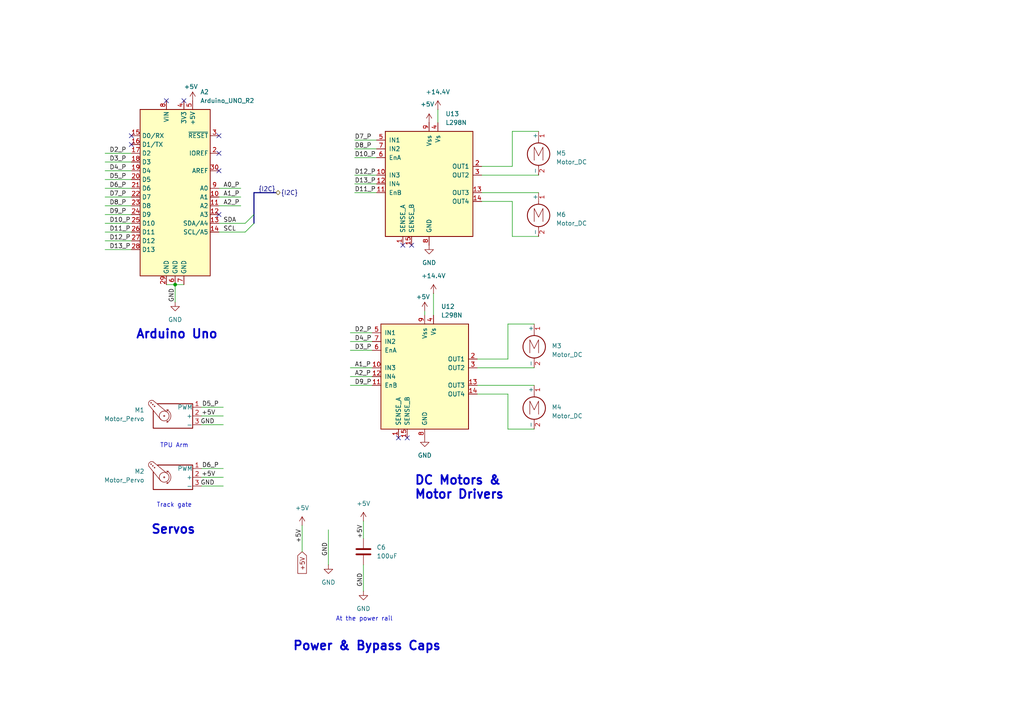
<source format=kicad_sch>
(kicad_sch (version 20231120) (generator "eeschema") (generator_version "8.0")
  (paper "A4")
  (lib_symbols
    (symbol "Device:C" (pin_numbers hide) (pin_names (offset 0.254))
      (property "Reference" "C" (at 0.635 2.54 0))
      (property "Value" "C" (at 0.635 -2.54 0))
      (symbol "C_0_1"
        (polyline (pts (xy -2.032 -0.762) (xy 2.032 -0.762)) (stroke (width 0.508)))
        (polyline (pts (xy -2.032 0.762) (xy 2.032 0.762)) (stroke (width 0.508)))
      )
      (symbol "C_1_1"
        (pin passive line (at 0 3.81 270) (length 2.794) (name "~") (number "1"))
        (pin passive line (at 0 -3.81 90) (length 2.794) (name "~") (number "2"))
      )
    )
    (symbol "Driver_Motor:L298N" (pin_names (offset 1.016))
      (property "Reference" "U" (at -10.16 16.51 0))
      (property "Value" "L298N" (at 12.7 16.51 0))
      (symbol "L298N_0_1"
        (rectangle (start -12.7 15.24) (end 12.7 -15.24) (stroke (width 0.254)) (fill (type background)))
      )
      (symbol "L298N_1_1"
        (pin power_in line (at -7.62 -17.78 90) (length 2.54) (name "SENSE_A") (number "1"))
        (pin input line (at -15.24 2.54 0) (length 2.54) (name "IN3") (number "10"))
        (pin input line (at -15.24 -2.54 0) (length 2.54) (name "EnB") (number "11"))
        (pin input line (at -15.24 0 0) (length 2.54) (name "IN4") (number "12"))
        (pin output line (at 15.24 -2.54 180) (length 2.54) (name "OUT3") (number "13"))
        (pin output line (at 15.24 -5.08 180) (length 2.54) (name "OUT4") (number "14"))
        (pin power_in line (at -5.08 -17.78 90) (length 2.54) (name "SENSE_B") (number "15"))
        (pin output line (at 15.24 5.08 180) (length 2.54) (name "OUT1") (number "2"))
        (pin output line (at 15.24 2.54 180) (length 2.54) (name "OUT2") (number "3"))
        (pin power_in line (at 2.54 17.78 270) (length 2.54) (name "Vs") (number "4"))
        (pin input line (at -15.24 12.7 0) (length 2.54) (name "IN1") (number "5"))
        (pin input line (at -15.24 7.62 0) (length 2.54) (name "EnA") (number "6"))
        (pin input line (at -15.24 10.16 0) (length 2.54) (name "IN2") (number "7"))
        (pin power_in line (at 0 -17.78 90) (length 2.54) (name "GND") (number "8"))
        (pin power_in line (at 0 17.78 270) (length 2.54) (name "Vss") (number "9"))
      )
    )
    (symbol "MCU_Module:Arduino_UNO_R2"
      (property "Reference" "A" (at -10.16 23.495 0))
      (property "Value" "Arduino_UNO_R2" (at 5.08 -26.67 0))
      (symbol "Arduino_UNO_R2_0_1"
        (rectangle (start -10.16 22.86) (end 10.16 -25.4) (stroke (width 0.254)) (fill (type background)))
      )
      (symbol "Arduino_UNO_R2_1_1"
        (pin no_connect line (at -10.16 -20.32 0) (length 2.54) hide (name "NC") (number "1"))
        (pin bidirectional line (at 12.7 -2.54 180) (length 2.54) (name "A1") (number "10"))
        (pin bidirectional line (at 12.7 -5.08 180) (length 2.54) (name "A2") (number "11"))
        (pin bidirectional line (at 12.7 -7.62 180) (length 2.54) (name "A3") (number "12"))
        (pin bidirectional line (at 12.7 -10.16 180) (length 2.54) (name "SDA/A4") (number "13"))
        (pin bidirectional line (at 12.7 -12.7 180) (length 2.54) (name "SCL/A5") (number "14"))
        (pin bidirectional line (at -12.7 15.24 0) (length 2.54) (name "D0/RX") (number "15"))
        (pin bidirectional line (at -12.7 12.7 0) (length 2.54) (name "D1/TX") (number "16"))
        (pin bidirectional line (at -12.7 10.16 0) (length 2.54) (name "D2") (number "17"))
        (pin bidirectional line (at -12.7 7.62 0) (length 2.54) (name "D3") (number "18"))
        (pin bidirectional line (at -12.7 5.08 0) (length 2.54) (name "D4") (number "19"))
        (pin output line (at 12.7 10.16 180) (length 2.54) (name "IOREF") (number "2"))
        (pin bidirectional line (at -12.7 2.54 0) (length 2.54) (name "D5") (number "20"))
        (pin bidirectional line (at -12.7 0 0) (length 2.54) (name "D6") (number "21"))
        (pin bidirectional line (at -12.7 -2.54 0) (length 2.54) (name "D7") (number "22"))
        (pin bidirectional line (at -12.7 -5.08 0) (length 2.54) (name "D8") (number "23"))
        (pin bidirectional line (at -12.7 -7.62 0) (length 2.54) (name "D9") (number "24"))
        (pin bidirectional line (at -12.7 -10.16 0) (length 2.54) (name "D10") (number "25"))
        (pin bidirectional line (at -12.7 -12.7 0) (length 2.54) (name "D11") (number "26"))
        (pin bidirectional line (at -12.7 -15.24 0) (length 2.54) (name "D12") (number "27"))
        (pin bidirectional line (at -12.7 -17.78 0) (length 2.54) (name "D13") (number "28"))
        (pin power_in line (at -2.54 -27.94 90) (length 2.54) (name "GND") (number "29"))
        (pin input line (at 12.7 15.24 180) (length 2.54) (name "~{RESET}") (number "3"))
        (pin input line (at 12.7 5.08 180) (length 2.54) (name "AREF") (number "30"))
        (pin power_out line (at 2.54 25.4 270) (length 2.54) (name "3V3") (number "4"))
        (pin power_out line (at 5.08 25.4 270) (length 2.54) (name "+5V") (number "5"))
        (pin power_in line (at 0 -27.94 90) (length 2.54) (name "GND") (number "6"))
        (pin power_in line (at 2.54 -27.94 90) (length 2.54) (name "GND") (number "7"))
        (pin power_in line (at -2.54 25.4 270) (length 2.54) (name "VIN") (number "8"))
        (pin bidirectional line (at 12.7 0 180) (length 2.54) (name "A0") (number "9"))
      )
    )
    (symbol "Motor:Motor_DC" (pin_names (offset 0))
      (property "Reference" "M" (at 2.54 2.54 0))
      (property "Value" "Motor_DC" (at 2.54 -5.08 0))
      (symbol "Motor_DC_0_0"
        (polyline (pts (xy -1.27 -3.302) (xy -1.27 0.508) (xy 0 -2.032) (xy 1.27 0.508) (xy 1.27 -3.302)))
      )
      (symbol "Motor_DC_0_1"
        (circle (center 0 -1.524) (radius 3.2512) (stroke (width 0.254)))
        (polyline (pts (xy 0 -7.62) (xy 0 -7.112)))
        (polyline (pts (xy 0 -4.7752) (xy 0 -5.1816)))
        (polyline (pts (xy 0 1.7272) (xy 0 2.0828)))
        (polyline (pts (xy 0 2.032) (xy 0 2.54)))
      )
      (symbol "Motor_DC_1_1"
        (pin passive line (at 0 5.08 270) (length 2.54) (name "+") (number "1"))
        (pin passive line (at 0 -7.62 90) (length 2.54) (name "-") (number "2"))
      )
    )
    (symbol "Motor:Motor_Servo" (pin_names (offset 0.0254))
      (property "Reference" "M" (at -5.08 4.445 0))
      (property "Value" "Motor_Servo" (at -5.08 -4.064 0))
      (symbol "Motor_Servo_0_1"
        (polyline (pts (xy 2.413 -1.778) (xy 2.032 -1.778)))
        (polyline (pts (xy 2.413 -1.778) (xy 2.286 -1.397)))
        (polyline (pts (xy 2.413 1.778) (xy 1.905 1.778)))
        (polyline (pts (xy 2.413 1.778) (xy 2.286 1.397)))
        (polyline (pts (xy 6.35 4.445) (xy 2.54 1.27)))
        (polyline (pts (xy 7.62 3.175) (xy 4.191 -1.016)))
        (polyline (pts (xy 5.08 3.556) (xy -5.08 3.556) (xy -5.08 -3.556) (xy 6.35 -3.556) (xy 6.35 1.524)) (stroke (width 0.254)))
        (arc (start 2.413 1.778) (mid 1.2406 0) (end 2.413 -1.778))
        (circle (center 3.175 0) (radius 0.1778))
        (circle (center 3.175 0) (radius 1.4224))
        (circle (center 5.969 2.794) (radius 0.127))
        (circle (center 6.477 3.302) (radius 0.127))
        (circle (center 6.985 3.81) (radius 0.127))
        (arc (start 7.62 3.175) (mid 7.4485 4.2735) (end 6.35 4.445))
      )
      (symbol "Motor_Servo_1_1"
        (pin passive line (at -7.62 2.54 0) (length 2.54) (name "PWM") (number "1"))
        (pin passive line (at -7.62 0 0) (length 2.54) (name "+") (number "2"))
        (pin passive line (at -7.62 -2.54 0) (length 2.54) (name "-") (number "3"))
      )
    )
    (symbol "power:+15V" (power) (pin_numbers hide) (pin_names (offset 0) hide)
      (property "Value" "+15V" (at 0 3.556 0))
      (symbol "+15V_0_1"
        (polyline (pts (xy -0.762 1.27) (xy 0 2.54)))
        (polyline (pts (xy 0 0) (xy 0 2.54)))
        (polyline (pts (xy 0 2.54) (xy 0.762 1.27)))
      )
      (symbol "+15V_1_1"
        (pin power_in line (at 0 0 90) (length 0) (name "~") (number "1"))
      )
    )
    (symbol "power:+5V" (power) (pin_numbers hide) (pin_names (offset 0) hide)
      (property "Value" "+5V" (at 0 3.556 0))
      (symbol "+5V_0_1"
        (polyline (pts (xy -0.762 1.27) (xy 0 2.54)))
        (polyline (pts (xy 0 0) (xy 0 2.54)))
        (polyline (pts (xy 0 2.54) (xy 0.762 1.27)))
      )
      (symbol "+5V_1_1"
        (pin power_in line (at 0 0 90) (length 0) (name "~") (number "1"))
      )
    )
    (symbol "power:GND" (power) (pin_numbers hide) (pin_names (offset 0) hide)
      (property "Value" "GND" (at 0 -3.81 0))
      (symbol "GND_0_1"
        (polyline (pts (xy 0 0) (xy 0 -1.27) (xy 1.27 -1.27) (xy 0 -2.54) (xy -1.27 -1.27) (xy 0 -1.27)))
      )
      (symbol "GND_1_1"
        (pin power_in line (at 0 0 270) (length 0) (name "~") (number "1"))
      )
    )
  )
  (junction (at 50.8 82.55))
  (no_connect (at 38.1 41.91))
  (no_connect (at 115.57 127))
  (no_connect (at 118.11 127))
  (no_connect (at 336.55 90.17))
  (no_connect (at 63.5 39.37))
  (no_connect (at 63.5 49.53))
  (no_connect (at 119.38 71.12))
  (no_connect (at 116.84 71.12))
  (no_connect (at 48.26 29.21))
  (no_connect (at 38.1 39.37))
  (no_connect (at 53.34 29.21))
  (no_connect (at 63.5 62.23))
  (no_connect (at 63.5 44.45))
  (bus_entry (at 73.66 64.77) (size -2.54 2.54))
  (bus_entry (at 73.66 62.23) (size -2.54 2.54))
  (wire (pts (xy 64.77 123.19) (xy 58.42 123.19)))
  (wire (pts (xy 102.87 40.64) (xy 109.22 40.64)))
  (wire (pts (xy 105.41 171.45) (xy 105.41 163.83)))
  (wire (pts (xy 63.5 67.31) (xy 71.12 67.31)))
  (wire (pts (xy 30.48 46.99) (xy 38.1 46.99)))
  (wire (pts (xy 147.32 124.46) (xy 154.94 124.46)))
  (wire (pts (xy 30.48 44.45) (xy 38.1 44.45)))
  (wire (pts (xy 64.77 135.89) (xy 58.42 135.89)))
  (wire (pts (xy 148.59 68.58) (xy 156.21 68.58)))
  (wire (pts (xy 139.7 50.8) (xy 156.21 50.8)))
  (wire (pts (xy 105.41 151.13) (xy 105.41 156.21)))
  (wire (pts (xy 123.19 90.17) (xy 123.19 91.44)))
  (wire (pts (xy 30.48 67.31) (xy 38.1 67.31)))
  (wire (pts (xy 127 31.75) (xy 127 35.56)))
  (wire (pts (xy 30.48 62.23) (xy 38.1 62.23)))
  (wire (pts (xy 101.6 101.6) (xy 107.95 101.6)))
  (wire (pts (xy 101.6 109.22) (xy 107.95 109.22)))
  (wire (pts (xy 101.6 96.52) (xy 107.95 96.52)))
  (wire (pts (xy 139.7 55.88) (xy 156.21 55.88)))
  (wire (pts (xy 30.48 64.77) (xy 38.1 64.77)))
  (wire (pts (xy 102.87 53.34) (xy 109.22 53.34)))
  (wire (pts (xy 139.7 48.26) (xy 148.59 48.26)))
  (wire (pts (xy 30.48 69.85) (xy 38.1 69.85)))
  (wire (pts (xy 64.77 120.65) (xy 58.42 120.65)))
  (wire (pts (xy 148.59 38.1) (xy 156.21 38.1)))
  (wire (pts (xy 63.5 54.61) (xy 69.85 54.61)))
  (wire (pts (xy 50.8 82.55) (xy 53.34 82.55)))
  (wire (pts (xy 30.48 72.39) (xy 38.1 72.39)))
  (wire (pts (xy 101.6 111.76) (xy 107.95 111.76)))
  (wire (pts (xy 138.43 111.76) (xy 154.94 111.76)))
  (bus (pts (xy 73.66 55.88) (xy 73.66 62.23)))
  (wire (pts (xy 148.59 48.26) (xy 148.59 38.1)))
  (wire (pts (xy 48.26 82.55) (xy 50.8 82.55)))
  (wire (pts (xy 30.48 59.69) (xy 38.1 59.69)))
  (wire (pts (xy 138.43 114.3) (xy 147.32 114.3)))
  (wire (pts (xy 95.25 153.67) (xy 95.25 163.83)))
  (wire (pts (xy 125.73 85.09) (xy 125.73 91.44)))
  (wire (pts (xy 138.43 104.14) (xy 147.32 104.14)))
  (wire (pts (xy 102.87 43.18) (xy 109.22 43.18)))
  (wire (pts (xy 30.48 52.07) (xy 38.1 52.07)))
  (wire (pts (xy 101.6 99.06) (xy 107.95 99.06)))
  (wire (pts (xy 30.48 49.53) (xy 38.1 49.53)))
  (wire (pts (xy 64.77 138.43) (xy 58.42 138.43)))
  (wire (pts (xy 102.87 55.88) (xy 109.22 55.88)))
  (wire (pts (xy 30.48 57.15) (xy 38.1 57.15)))
  (wire (pts (xy 63.5 64.77) (xy 71.12 64.77)))
  (wire (pts (xy 147.32 104.14) (xy 147.32 93.98)))
  (bus (pts (xy 73.66 55.88) (xy 80.01 55.88)))
  (wire (pts (xy 50.8 87.63) (xy 50.8 82.55)))
  (wire (pts (xy 87.63 152.4) (xy 87.63 160.02)))
  (wire (pts (xy 63.5 59.69) (xy 69.85 59.69)))
  (wire (pts (xy 30.48 54.61) (xy 38.1 54.61)))
  (wire (pts (xy 148.59 58.42) (xy 148.59 68.58)))
  (wire (pts (xy 102.87 50.8) (xy 109.22 50.8)))
  (wire (pts (xy 64.77 118.11) (xy 58.42 118.11)))
  (wire (pts (xy 64.77 140.97) (xy 58.42 140.97)))
  (wire (pts (xy 139.7 58.42) (xy 148.59 58.42)))
  (wire (pts (xy 147.32 93.98) (xy 154.94 93.98)))
  (wire (pts (xy 138.43 106.68) (xy 154.94 106.68)))
  (wire (pts (xy 147.32 114.3) (xy 147.32 124.46)))
  (wire (pts (xy 63.5 57.15) (xy 69.85 57.15)))
  (bus (pts (xy 73.66 62.23) (xy 73.66 64.77)))
  (wire (pts (xy 101.6 106.68) (xy 107.95 106.68)))
  (wire (pts (xy 102.87 45.72) (xy 109.22 45.72)))
  (text "Servos" (at 50.292 153.67 0) (effects (font (size 2.54 2.54) (thickness 0.508) (bold yes))))
  (text "Track gate" (at 50.546 146.558 0) (effects (font (size 1.27 1.27))))
  (text "At the power rail" (at 105.664 179.578 0) (effects (font (size 1.27 1.27))))
  (text "DC Motors &\nMotor Drivers" (at 120.142 141.478 0) (effects (font (size 2.54 2.54) (thickness 0.508) (bold yes)) (justify left)))
  (text "Arduino Uno" (at 51.308 97.028 0) (effects (font (size 2.54 2.54) (thickness 0.508) (bold yes))))
  (text "Power & Bypass Caps" (at 106.426 187.452 0) (effects (font (size 2.54 2.54) (thickness 0.508) (bold yes))))
  (text "TPU Arm" (at 50.546 129.286 0) (effects (font (size 1.27 1.27))))
  (label "D2_P" (at 102.87 96.52 0))
  (label "+5V" (at 58.42 120.65 0))
  (label "D11_P" (at 31.75 67.31 0))
  (label "D5_P" (at 63.5 118.11 180))
  (label "A2_P" (at 102.87 109.22 0))
  (label "GND" (at 62.23 140.97 180))
  (label "+5V" (at 87.63 157.48 90))
  (label "D9_P" (at 31.75 62.23 0))
  (label "SCL" (at 64.77 67.31 0))
  (label "D6_P" (at 31.75 54.61 0))
  (label "SDA" (at 64.77 64.77 0))
  (label "D3_P" (at 31.75 46.99 0))
  (label "GND" (at 62.23 123.19 180))
  (label "{I2C}" (at 74.93 55.88 0))
  (label "A1_P" (at 102.87 106.68 0))
  (label "D8_P" (at 31.75 59.69 0))
  (label "GND" (at 105.41 170.18 90))
  (label "D8_P" (at 102.87 43.18 0))
  (label "D2_P" (at 31.75 44.45 0))
  (label "A0_P" (at 64.77 54.61 0))
  (label "D4_P" (at 31.75 49.53 0))
  (label "GND" (at 95.25 161.29 90))
  (label "D13_P" (at 31.75 72.39 0))
  (label "D4_P" (at 102.87 99.06 0))
  (label "A1_P" (at 64.77 57.15 0))
  (label "A2_P" (at 64.77 59.69 0))
  (label "GND" (at 50.8 87.63 90))
  (label "D12_P" (at 102.87 50.8 0))
  (label "+5V" (at 105.41 156.21 90))
  (label "D5_P" (at 31.75 52.07 0))
  (label "D7_P" (at 31.75 57.15 0))
  (label "D10_P" (at 102.87 45.72 0))
  (label "D7_P" (at 102.87 40.64 0))
  (label "D12_P" (at 31.75 69.85 0))
  (label "D9_P" (at 102.87 111.76 0))
  (label "D11_P" (at 102.87 55.88 0))
  (label "D3_P" (at 102.87 101.6 0))
  (label "D10_P" (at 31.75 64.77 0))
  (label "+5V" (at 58.42 138.43 0))
  (label "D13_P" (at 102.87 53.34 0))
  (label "D6_P" (at 63.5 135.89 180))
  (global_label "+5V" (shape input) (at 87.63 160.02 270) (property "Intersheetrefs" "${INTERSHEET_REFS}" (effects (hide yes))))
  (hierarchical_label "{I2C}" (shape bidirectional) (at 80.01 55.88 0))
  (symbol (lib_id "Motor:Motor_Servo") (at 50.8 138.43 0) (mirror y) (unit 1)
    (property "Reference" "M2" (at 41.91 136.7265 0) (effects (justify left)))
    (property "Value" "Motor_Pervo" (at 41.91 139.2665 0) (effects (justify left)))
    (property "Datasheet" "http://forums.parallax.com/uploads/attachments/46831/74481.png" (effects (hide yes)))
    (property "Description" "Servo Motor (Futaba, HiTec, JR connector)" (effects (hide yes)))
  )
  (symbol (lib_id "power:+15V") (at 127 31.75 0) (unit 1)
    (property "Reference" "#PWR051" (effects (hide yes)))
    (property "Value" "+14.4V" (at 127 26.67 0))
    (property "Description" "Power symbol creates a global label with name \"+14.4V\"" (effects (hide yes)))
  )
  (symbol (lib_id "power:+5V") (at 123.19 90.17 0) (unit 1)
    (property "Reference" "#PWR046" (effects (hide yes)))
    (property "Value" "+5V" (at 122.682 86.106 0))
    (property "Description" "Power symbol creates a global label with name \"+5V\"" (effects (hide yes)))
  )
  (symbol (lib_id "Device:C") (at 105.41 160.02 0) (unit 1)
    (property "Reference" "C6" (at 109.22 158.7499 0) (effects (justify left)))
    (property "Value" "100uF" (at 109.22 161.2899 0) (effects (justify left)))
    (property "Description" "Aluminum electrolytic capacitor" (effects (hide yes)))
  )
  (symbol (lib_id "power:+15V") (at 125.73 85.09 0) (unit 1)
    (property "Reference" "#PWR050" (effects (hide yes)))
    (property "Value" "+14.4V" (at 125.73 80.01 0))
    (property "Description" "Power symbol creates a global label with name \"+14.4V\"" (effects (hide yes)))
  )
  (symbol (lib_id "Motor:Motor_DC") (at 156.21 43.18 0) (unit 1)
    (property "Reference" "M5" (at 161.29 44.4499 0) (effects (justify left)))
    (property "Value" "Motor_DC" (at 161.29 46.9899 0) (effects (justify left)))
    (property "Description" "DC Motor" (effects (hide yes)))
  )
  (symbol (lib_id "Motor:Motor_DC") (at 156.21 60.96 0) (unit 1)
    (property "Reference" "M6" (at 161.29 62.2299 0) (effects (justify left)))
    (property "Value" "Motor_DC" (at 161.29 64.7699 0) (effects (justify left)))
    (property "Description" "DC Motor" (effects (hide yes)))
  )
  (symbol (lib_id "power:+5V") (at 55.88 29.21 0) (unit 1)
    (property "Reference" "#PWR041" (effects (hide yes)))
    (property "Value" "+5V" (at 55.372 25.146 0))
    (property "Description" "Power symbol creates a global label with name \"+5V\"" (effects (hide yes)))
  )
  (symbol (lib_id "power:GND") (at 123.19 127 0) (unit 1)
    (property "Reference" "#PWR047" (effects (hide yes)))
    (property "Value" "GND" (at 123.19 132.08 0))
    (property "Description" "Power symbol creates a global label with name \"GND\" , ground" (effects (hide yes)))
  )
  (symbol (lib_id "Driver_Motor:L298N") (at 124.46 53.34 0) (unit 1)
    (property "Reference" "U13" (at 129.1941 33.02 0) (effects (justify left)))
    (property "Value" "L298N" (at 129.1941 35.56 0) (effects (justify left)))
    (property "Footprint" "Package_TO_SOT_THT:TO-220-15_P2.54x2.54mm_StaggerOdd_Lead4.58mm_Vertical" (effects (hide yes)))
    (property "Datasheet" "http://www.st.com/st-web-ui/static/active/en/resource/technical/document/datasheet/CD00000240.pdf" (effects (hide yes)))
    (property "Description" "Dual full bridge motor driver, up to 46V, 4A, Multiwatt15-V" (effects (hide yes)))
  )
  (symbol (lib_id "power:+5V") (at 124.46 35.56 0) (unit 1)
    (property "Reference" "#PWR048" (effects (hide yes)))
    (property "Value" "+5V" (at 123.952 30.226 0))
    (property "Description" "Power symbol creates a global label with name \"+5V\"" (effects (hide yes)))
  )
  (symbol (lib_id "Motor:Motor_DC") (at 154.94 99.06 0) (unit 1)
    (property "Reference" "M3" (at 160.02 100.3299 0) (effects (justify left)))
    (property "Value" "Motor_DC" (at 160.02 102.8699 0) (effects (justify left)))
    (property "Description" "DC Motor" (effects (hide yes)))
  )
  (symbol (lib_id "power:+5V") (at 87.63 152.4 0) (unit 1)
    (property "Reference" "#PWR042" (effects (hide yes)))
    (property "Value" "+5V" (at 87.63 147.32 0))
    (property "Description" "Power symbol creates a global label with name \"+5V\"" (effects (hide yes)))
  )
  (symbol (lib_id "power:GND") (at 124.46 71.12 0) (unit 1)
    (property "Reference" "#PWR049" (effects (hide yes)))
    (property "Value" "GND" (at 124.46 76.2 0))
    (property "Description" "Power symbol creates a global label with name \"GND\" , ground" (effects (hide yes)))
  )
  (symbol (lib_id "Motor:Motor_Servo") (at 50.8 120.65 0) (mirror y) (unit 1)
    (property "Reference" "M1" (at 41.91 118.9465 0) (effects (justify left)))
    (property "Value" "Motor_Pervo" (at 41.91 121.4865 0) (effects (justify left)))
    (property "Datasheet" "http://forums.parallax.com/uploads/attachments/46831/74481.png" (effects (hide yes)))
    (property "Description" "Servo Motor (Futaba, HiTec, JR connector)" (effects (hide yes)))
  )
  (symbol (lib_id "power:+5V") (at 105.41 151.13 0) (unit 1)
    (property "Reference" "#PWR044" (effects (hide yes)))
    (property "Value" "+5V" (at 105.41 146.05 0))
    (property "Description" "Power symbol creates a global label with name \"+5V\"" (effects (hide yes)))
  )
  (symbol (lib_id "power:GND") (at 105.41 171.45 0) (unit 1)
    (property "Reference" "#PWR045" (effects (hide yes)))
    (property "Value" "GND" (at 105.41 176.53 0))
    (property "Description" "Power symbol creates a global label with name \"GND\" , ground" (effects (hide yes)))
  )
  (symbol (lib_id "MCU_Module:Arduino_UNO_R2") (at 50.8 54.61 0) (unit 1)
    (property "Reference" "A2" (at 58.0741 26.67 0) (effects (justify left)))
    (property "Value" "Arduino_UNO_R2" (at 58.0741 29.21 0) (effects (justify left)))
    (property "Footprint" "Module:Arduino_UNO_R2" (effects (hide yes)))
    (property "Datasheet" "https://www.arduino.cc/en/Main/arduinoBoardUno" (effects (hide yes)))
    (property "Description" "Arduino UNO Microcontroller Module, release 2" (effects (hide yes)))
  )
  (symbol (lib_id "power:GND") (at 95.25 163.83 0) (unit 1)
    (property "Reference" "#PWR043" (effects (hide yes)))
    (property "Value" "GND" (at 95.25 168.91 0))
    (property "Description" "Power symbol creates a global label with name \"GND\" , ground" (effects (hide yes)))
  )
  (symbol (lib_id "Motor:Motor_DC") (at 154.94 116.84 0) (unit 1)
    (property "Reference" "M4" (at 160.02 118.1099 0) (effects (justify left)))
    (property "Value" "Motor_DC" (at 160.02 120.6499 0) (effects (justify left)))
    (property "Description" "DC Motor" (effects (hide yes)))
  )
  (symbol (lib_id "Driver_Motor:L298N") (at 123.19 109.22 0) (unit 1)
    (property "Reference" "U12" (at 127.9241 88.9 0) (effects (justify left)))
    (property "Value" "L298N" (at 127.9241 91.44 0) (effects (justify left)))
    (property "Footprint" "Package_TO_SOT_THT:TO-220-15_P2.54x2.54mm_StaggerOdd_Lead4.58mm_Vertical" (effects (hide yes)))
    (property "Datasheet" "http://www.st.com/st-web-ui/static/active/en/resource/technical/document/datasheet/CD00000240.pdf" (effects (hide yes)))
    (property "Description" "Dual full bridge motor driver, up to 46V, 4A, Multiwatt15-V" (effects (hide yes)))
  )
  (symbol (lib_id "power:GND") (at 50.8 87.63 0) (unit 1)
    (property "Reference" "#PWR040" (effects (hide yes)))
    (property "Value" "GND" (at 50.8 92.71 0))
    (property "Description" "Power symbol creates a global label with name \"GND\" , ground" (effects (hide yes)))
  )
)
</source>
